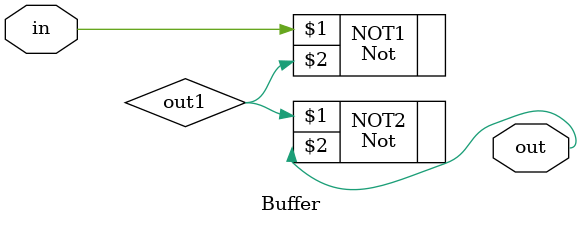
<source format=v>
/**
 * Buffer:
 * out = in
 */

`default_nettype none

module Buffer(
	input in,

	output out
);
	wire out1;

	// Positional port mapping: follows the exact order of ports in module definition
	//--------------------------
	// Nand NAND1(in, in, out1);
	// Nand NAND2(out1, out1, out);
	//--------------------------

	// Named port mapping: .port_name(signal_name)

	//--------------------------
	// Nand NAND1(.a(in), .b(in), .out(out1));
	// Nand NAND2(.a(out1), .b(out1), .out(out));
	//--------------------------

	//Making of NOT GATE

	Not NOT1(in, out1);
	Not NOT2(out1, out);


endmodule

</source>
